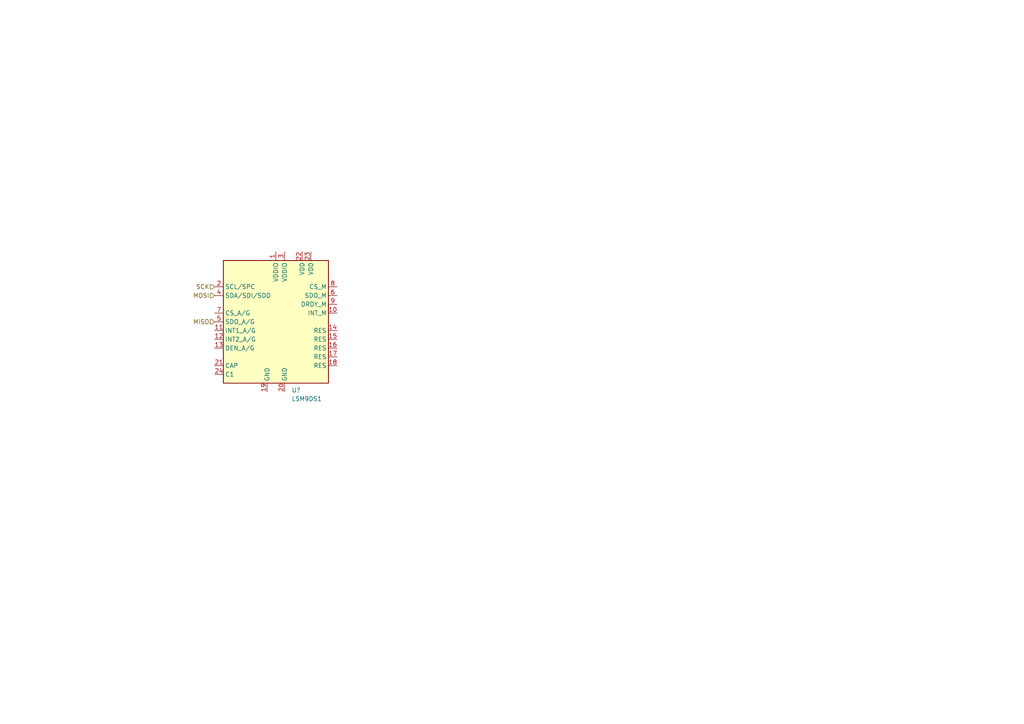
<source format=kicad_sch>
(kicad_sch (version 20211123) (generator eeschema)
  (paper "A4")
  (lib_symbols
    (symbol "Sensor_Motion:LSM9DS1"
      (property "Reference" "U" (at -15.24 21.59 0))
      (property "Value" "LSM9DS1" (at -15.24 19.05 0))
      (symbol "LSM9DS1_0_1"
        (rectangle (start -15.24 17.78) (end 15.24 -17.78) (stroke (width 0.254)) (fill (type background)))
      )
      (symbol "LSM9DS1_1_1"
        (pin power_in line (at 0 20.32 270) (length 2.54) (name "VDDIO") (number "1"))
        (pin output line (at 17.78 2.54 180) (length 2.54) (name "INT_M") (number "10"))
        (pin output line (at -17.78 -2.54 0) (length 2.54) (name "INT1_A/G") (number "11"))
        (pin output line (at -17.78 -5.08 0) (length 2.54) (name "INT2_A/G") (number "12"))
        (pin input line (at -17.78 -7.62 0) (length 2.54) (name "DEN_A/G") (number "13"))
        (pin bidirectional line (at 17.78 -2.54 180) (length 2.54) (name "RES") (number "14"))
        (pin bidirectional line (at 17.78 -5.08 180) (length 2.54) (name "RES") (number "15"))
        (pin bidirectional line (at 17.78 -7.62 180) (length 2.54) (name "RES") (number "16"))
        (pin bidirectional line (at 17.78 -10.16 180) (length 2.54) (name "RES") (number "17"))
        (pin bidirectional line (at 17.78 -12.7 180) (length 2.54) (name "RES") (number "18"))
        (pin power_in line (at -2.54 -20.32 90) (length 2.54) (name "GND") (number "19"))
        (pin input line (at -17.78 10.16 0) (length 2.54) (name "SCL/SPC") (number "2"))
        (pin power_in line (at 2.54 -20.32 90) (length 2.54) (name "GND") (number "20"))
        (pin passive line (at -17.78 -12.7 0) (length 2.54) (name "CAP") (number "21"))
        (pin power_in line (at 7.62 20.32 270) (length 2.54) (name "VDD") (number "22"))
        (pin power_in line (at 10.16 20.32 270) (length 2.54) (name "VDD") (number "23"))
        (pin passive line (at -17.78 -15.24 0) (length 2.54) (name "C1") (number "24"))
        (pin power_in line (at 2.54 20.32 270) (length 2.54) (name "VDDIO") (number "3"))
        (pin bidirectional line (at -17.78 7.62 0) (length 2.54) (name "SDA/SDI/SDO") (number "4"))
        (pin output line (at -17.78 0 0) (length 2.54) (name "SDO_A/G") (number "5"))
        (pin output line (at 17.78 7.62 180) (length 2.54) (name "SDO_M") (number "6"))
        (pin input line (at -17.78 2.54 0) (length 2.54) (name "CS_A/G") (number "7"))
        (pin input line (at 17.78 10.16 180) (length 2.54) (name "CS_M") (number "8"))
        (pin output line (at 17.78 5.08 180) (length 2.54) (name "DRDY_M") (number "9"))
      )
    )
  )
  (hierarchical_label "MISO" (shape input) (at 62.23 93.345 180))
  (hierarchical_label "MOSI" (shape input) (at 62.23 85.725 180))
  (hierarchical_label "SCK" (shape input) (at 62.23 83.185 180))
  (symbol (lib_id "Sensor_Motion:LSM9DS1") (at 80.01 93.345 0) (unit 1)
    (property "Reference" "U?" (at 84.5694 113.1554 0) (effects (justify left)))
    (property "Value" "LSM9DS1" (at 84.5694 115.6923 0) (effects (justify left)))
    (property "Footprint" "Package_LGA:LGA-24L_3x3.5mm_P0.43mm" (effects hide))
    (property "Datasheet" "http://www.st.com/content/ccc/resource/technical/document/datasheet/1e/3f/2a/d6/25/eb/48/46/DM00103319.pdf/files/DM00103319.pdf/jcr:content/translations/en.DM00103319.pdf" (effects hide))
  )
)
</source>
